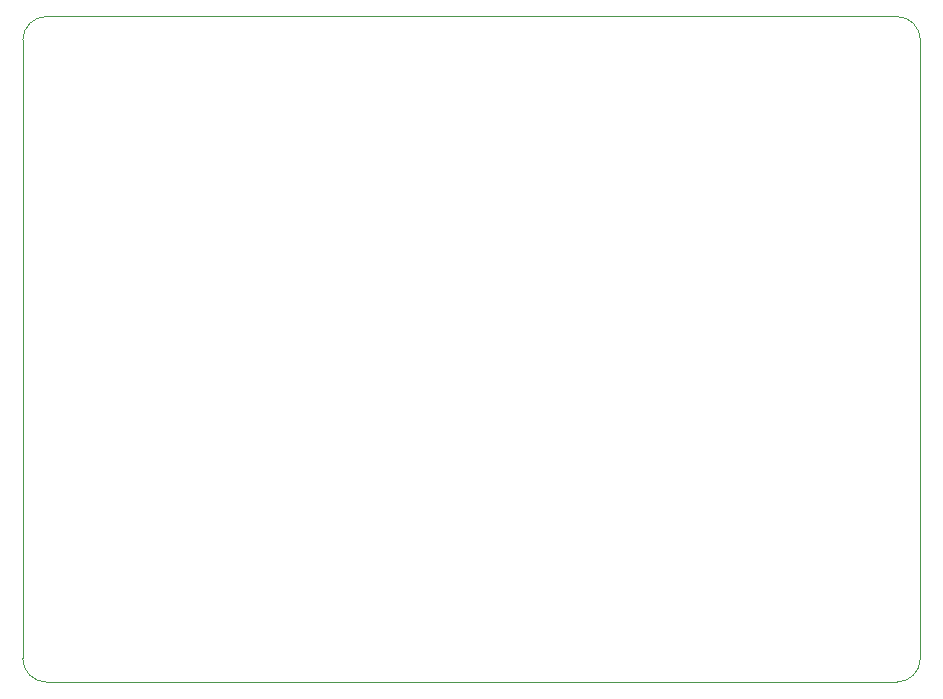
<source format=gbr>
%TF.GenerationSoftware,KiCad,Pcbnew,9.0.3*%
%TF.CreationDate,2025-10-24T12:45:13+02:00*%
%TF.ProjectId,sdiskII_stm32,73646973-6b49-4495-9f73-746d33322e6b,7*%
%TF.SameCoordinates,Original*%
%TF.FileFunction,Profile,NP*%
%FSLAX46Y46*%
G04 Gerber Fmt 4.6, Leading zero omitted, Abs format (unit mm)*
G04 Created by KiCad (PCBNEW 9.0.3) date 2025-10-24 12:45:13*
%MOMM*%
%LPD*%
G01*
G04 APERTURE LIST*
%TA.AperFunction,Profile*%
%ADD10C,0.050000*%
%TD*%
G04 APERTURE END LIST*
D10*
X131490000Y-139600000D02*
X131490000Y-87250000D01*
X205490000Y-85250000D02*
G75*
G02*
X207490000Y-87250000I0J-2000000D01*
G01*
X133490000Y-141600000D02*
G75*
G02*
X131490000Y-139600000I0J2000000D01*
G01*
X131490000Y-87250000D02*
G75*
G02*
X133490000Y-85250000I2000000J0D01*
G01*
X205490000Y-141600000D02*
X133490000Y-141600000D01*
X133490000Y-85250000D02*
X205490000Y-85250000D01*
X207490000Y-139600000D02*
G75*
G02*
X205490000Y-141600000I-2000000J0D01*
G01*
X207490000Y-87250000D02*
X207490000Y-139600000D01*
M02*

</source>
